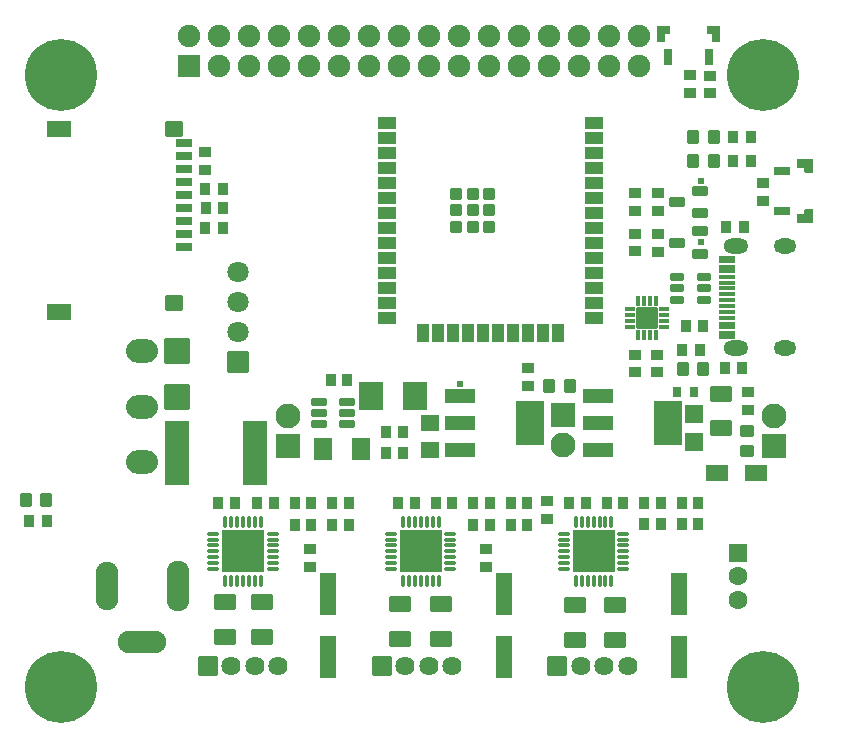
<source format=gts>
G04 Layer: TopSolderMaskLayer*
G04 EasyEDA Pro v2.2.36.7, 2025-05-26 04:11:26*
G04 Gerber Generator version 0.3*
G04 Scale: 100 percent, Rotated: No, Reflected: No*
G04 Dimensions in millimeters*
G04 Leading zeros omitted, absolute positions, 4 integers and 5 decimals*
%FSLAX45Y45*%
%MOMM*%
%AMRoundRect*1,1,$1,$2,$3*1,1,$1,$4,$5*1,1,$1,0-$2,0-$3*1,1,$1,0-$4,0-$5*20,1,$1,$2,$3,$4,$5,0*20,1,$1,$4,$5,0-$2,0-$3,0*20,1,$1,0-$2,0-$3,0-$4,0-$5,0*20,1,$1,0-$4,0-$5,$2,$3,0*4,1,4,$2,$3,$4,$5,0-$2,0-$3,0-$4,0-$5,$2,$3,0*%
%ADD10C,6.1016*%
%ADD11RoundRect,0.09131X0.45514X0.40514X0.45514X-0.40514*%
%ADD12RoundRect,0.09131X0.40514X-0.45514X-0.40514X-0.45514*%
%ADD13RoundRect,0.09424X0.60368X1.75367X0.60368X-1.75367*%
%ADD14RoundRect,0.09131X-0.40514X0.45514X0.40514X0.45514*%
%ADD15O,1.9045X4.30159*%
%ADD16O,1.9016X4.30159*%
%ADD17O,1.9016X4.10159*%
%ADD18O,4.10159X1.9016*%
%ADD19RoundRect,0.09224X-0.45464X-0.50468X-0.45464X0.50468*%
%ADD20RoundRect,0.09138X0.40835X-0.43712X-0.40835X-0.43712*%
%ADD21RoundRect,0.09138X-0.40835X0.43712X0.40835X0.43712*%
%ADD22RoundRect,0.09138X-0.43712X-0.40835X-0.43712X0.40835*%
%ADD23RoundRect,0.07882X-0.13639X0.38639X0.13639X0.38639*%
%ADD24RoundRect,0.07882X-0.38639X0.13639X0.38639X0.13639*%
%ADD25RoundRect,0.09618X-0.85271X0.85271X0.85271X0.85271*%
%ADD26RoundRect,0.09881X1.75139X-1.75139X-1.75139X-1.75139*%
%ADD27O,0.38161X1.0016*%
%ADD28O,1.0016X0.38161*%
%ADD29RoundRect,0.09224X0.45464X0.50468X0.45464X-0.50468*%
%ADD30RoundRect,0.08109X-0.66026X-0.16026X-0.66026X0.16026*%
%ADD31O,1.9016X1.3016*%
%ADD32O,2.1016X1.3016*%
%ADD33RoundRect,0.08756X-0.54302X-0.27302X-0.54302X0.27302*%
%ADD34RoundRect,0.0956X1.03221X1.03721X1.03221X-1.03721*%
%ADD35RoundRect,0.08875X0.65642X0.30643X0.65642X-0.30643*%
%ADD36RoundRect,0.09424X0.70368X0.60368X0.70368X-0.60368*%
%ADD37RoundRect,0.09424X1.00368X0.60368X1.00368X-0.60368*%
%ADD38RoundRect,0.08875X-0.60642X-0.30643X-0.60642X0.30643*%
%ADD39RoundRect,0.08875X0.30643X-0.60642X-0.30643X-0.60642*%
%ADD40O,2.69999X2.0*%
%ADD41RoundRect,0.09618X-0.85271X-0.85271X-0.85271X0.85271*%
%ADD42C,1.8016*%
%ADD43RoundRect,0.09138X0.43712X0.40835X0.43712X-0.40835*%
%ADD44RoundRect,0.09658X-0.93X-1.14551X-0.93X1.14551*%
%ADD45RoundRect,0.09419X0.8677X0.59875X0.8677X-0.59875*%
%ADD46RoundRect,0.09549X0.74556X-0.86705X-0.74556X-0.86705*%
%ADD47RoundRect,0.09691X1.00234X-2.65234X-1.00234X-2.65234*%
%ADD48RoundRect,0.09489X0.75335X0.67085X0.75335X-0.67085*%
%ADD49RoundRect,0.09017X-0.63072X0.35571X0.63072X0.35571*%
%ADD50C,0.6016*%
%ADD51RoundRect,0.09091X-0.45454X-0.45454X-0.45454X0.45454*%
%ADD52RoundRect,0.09224X0.75468X-0.45468X-0.75468X-0.45468*%
%ADD53RoundRect,0.09224X-0.45468X0.75468X0.45468X0.75468*%
%ADD54RoundRect,0.09224X-0.75468X0.45468X0.75468X0.45468*%
%ADD55RoundRect,0.09645X-0.90258X0.90258X0.90258X0.90258*%
%ADD56C,1.9016*%
%ADD57RoundRect,0.09691X-1.00234X-1.00234X-1.00234X1.00234*%
%ADD58C,2.1016*%
%ADD59RoundRect,0.09691X1.00234X1.00234X1.00234X-1.00234*%
%ADD60RoundRect,0.09224X-0.50468X0.45464X0.50468X0.45464*%
%ADD61RoundRect,0.09471X0.88219X-0.65145X-0.88219X-0.65145*%
%ADD62RoundRect,0.0879X0.60685X0.28186X0.60685X-0.28186*%
%ADD63RoundRect,0.09368X1.25396X-0.55396X-1.25396X-0.55396*%
%ADD64RoundRect,0.09754X1.17203X-1.80203X-1.17203X-1.80203*%
%ADD65RoundRect,0.08752X-0.30625X0.40625X0.30625X0.40625*%
%ADD66RoundRect,0.09499X0.68275X0.7533X0.68275X-0.7533*%
%ADD67C,1.6016*%
%ADD68RoundRect,0.09554X0.75303X0.75303X0.75303X-0.75303*%
%ADD69RoundRect,0.09428X0.85416X0.60742X0.85416X-0.60742*%
%ADD70RoundRect,0.09562X-0.76499X0.76499X0.76499X0.76499*%
%ADD71C,1.6256*%
G75*


G04 Pad Start*
G54D10*
G01X457200Y-457200D03*
G01X6400800Y-457200D03*
G01X6400800Y-5638800D03*
G01X457200Y-5638800D03*
G54D11*
G01X5501780Y-2965430D03*
G01X5501780Y-2825425D03*
G54D12*
G01X5746598Y-2578100D03*
G01X5886602Y-2578100D03*
G01X1784198Y-4076700D03*
G01X1924202Y-4076700D03*
G01X2749398Y-4076700D03*
G01X2889402Y-4076700D03*
G01X2749398Y-4267200D03*
G01X2889402Y-4267200D03*
G54D13*
G01X2717795Y-4851098D03*
G01X2717795Y-5385107D03*
G54D14*
G01X2571902Y-4267200D03*
G01X2431898Y-4267200D03*
G54D12*
G01X2431898Y-4076700D03*
G01X2571902Y-4076700D03*
G01X2114398Y-4076700D03*
G01X2254402Y-4076700D03*
G01X3308198Y-4076700D03*
G01X3448202Y-4076700D03*
G01X4260698Y-4267200D03*
G01X4400702Y-4267200D03*
G01X4260698Y-4076700D03*
G01X4400702Y-4076700D03*
G54D14*
G01X4083202Y-4267200D03*
G01X3943198Y-4267200D03*
G54D12*
G01X3943198Y-4076700D03*
G01X4083202Y-4076700D03*
G01X3625698Y-4076700D03*
G01X3765702Y-4076700D03*
G54D13*
G01X4203695Y-4851098D03*
G01X4203695Y-5385107D03*
G54D12*
G01X4755998Y-4076700D03*
G01X4896002Y-4076700D03*
G01X5708498Y-4254500D03*
G01X5848502Y-4254500D03*
G01X5708498Y-4076700D03*
G01X5848502Y-4076700D03*
G54D14*
G01X5531002Y-4254500D03*
G01X5390998Y-4254500D03*
G54D12*
G01X5390998Y-4076700D03*
G01X5531002Y-4076700D03*
G01X5073498Y-4076700D03*
G01X5213502Y-4076700D03*
G54D13*
G01X5689595Y-4851098D03*
G01X5689595Y-5385107D03*
G54D16*
G01X1442999Y-4781334D03*
G54D17*
G01X843001Y-4781334D03*
G54D18*
G01X1142975Y-5251666D03*
G54D19*
G01X326301Y-4051300D03*
G01X156299Y-4051300D03*
G54D20*
G01X5712196Y-2781300D03*
G01X5862869Y-2781300D03*
G54D21*
G01X333004Y-4229100D03*
G01X182331Y-4229100D03*
G01X6294669Y-1185515D03*
G01X6143996Y-1185515D03*
G01X6294669Y-977903D03*
G01X6143996Y-977903D03*
G54D22*
G01X4572000Y-4064864D03*
G01X4572000Y-4215536D03*
G54D23*
G01X5338039Y-2659400D03*
G01X5388026Y-2659400D03*
G01X5438038Y-2659400D03*
G01X5488026Y-2659426D03*
G54D24*
G01X5557876Y-2589398D03*
G01X5557876Y-2539411D03*
G01X5557876Y-2489398D03*
G01X5557876Y-2439411D03*
G54D23*
G01X5487873Y-2369409D03*
G01X5437886Y-2369409D03*
G01X5387873Y-2369409D03*
G01X5337962Y-2369409D03*
G54D24*
G01X5267884Y-2439411D03*
G01X5267884Y-2489398D03*
G01X5267884Y-2539411D03*
G01X5267884Y-2589398D03*
G54D25*
G01X5412918Y-2514417D03*
G54D26*
G01X1993913Y-4487626D03*
G54D27*
G01X2144027Y-4737613D03*
G01X2093989Y-4737613D03*
G01X2043951Y-4737613D03*
G01X1993913Y-4737613D03*
G01X1943875Y-4737613D03*
G01X1893837Y-4737613D03*
G01X1843799Y-4737613D03*
G54D28*
G01X1743901Y-4637740D03*
G01X1743901Y-4587702D03*
G01X1743901Y-4537664D03*
G01X1743901Y-4487626D03*
G01X1743901Y-4437588D03*
G01X1743901Y-4387550D03*
G01X1743901Y-4337512D03*
G54D27*
G01X1843799Y-4237614D03*
G01X1893837Y-4237614D03*
G01X1943875Y-4237614D03*
G01X1993913Y-4237614D03*
G01X2043951Y-4237614D03*
G01X2093989Y-4237614D03*
G01X2144027Y-4237614D03*
G54D28*
G01X2243900Y-4337512D03*
G01X2243900Y-4387550D03*
G01X2243900Y-4437588D03*
G01X2243900Y-4487626D03*
G01X2243900Y-4537664D03*
G01X2243900Y-4587702D03*
G01X2243900Y-4637740D03*
G54D26*
G01X3499902Y-4487626D03*
G54D27*
G01X3650016Y-4737613D03*
G01X3599978Y-4737613D03*
G01X3549940Y-4737613D03*
G01X3499902Y-4737613D03*
G01X3449864Y-4737613D03*
G01X3399826Y-4737613D03*
G01X3349788Y-4737613D03*
G54D28*
G01X3249889Y-4637740D03*
G01X3249889Y-4587702D03*
G01X3249889Y-4537664D03*
G01X3249889Y-4487626D03*
G01X3249889Y-4437588D03*
G01X3249889Y-4387550D03*
G01X3249889Y-4337512D03*
G54D27*
G01X3349788Y-4237614D03*
G01X3399826Y-4237614D03*
G01X3449864Y-4237614D03*
G01X3499902Y-4237614D03*
G01X3549940Y-4237614D03*
G01X3599978Y-4237614D03*
G01X3650016Y-4237614D03*
G54D28*
G01X3749888Y-4337512D03*
G01X3749888Y-4387550D03*
G01X3749888Y-4437588D03*
G01X3749888Y-4487626D03*
G01X3749888Y-4537664D03*
G01X3749888Y-4587702D03*
G01X3749888Y-4637740D03*
G54D26*
G01X4962714Y-4487626D03*
G54D27*
G01X5112828Y-4737613D03*
G01X5062790Y-4737613D03*
G01X5012752Y-4737613D03*
G01X4962714Y-4737613D03*
G01X4912676Y-4737613D03*
G01X4862638Y-4737613D03*
G01X4812600Y-4737613D03*
G54D28*
G01X4712702Y-4637740D03*
G01X4712702Y-4587702D03*
G01X4712702Y-4537664D03*
G01X4712702Y-4487626D03*
G01X4712702Y-4437588D03*
G01X4712702Y-4387550D03*
G01X4712702Y-4337512D03*
G54D27*
G01X4812600Y-4237614D03*
G01X4862638Y-4237614D03*
G01X4912676Y-4237614D03*
G01X4962714Y-4237614D03*
G01X5012752Y-4237614D03*
G01X5062790Y-4237614D03*
G01X5112828Y-4237614D03*
G54D28*
G01X5212701Y-4337512D03*
G01X5212701Y-4387550D03*
G01X5212701Y-4437588D03*
G01X5212701Y-4487626D03*
G01X5212701Y-4537664D03*
G01X5212701Y-4587702D03*
G01X5212701Y-4637740D03*
G54D29*
G01X5718899Y-2946400D03*
G01X5888901Y-2946400D03*
G54D30*
G01X6089886Y-2511806D03*
G01X6089886Y-2461793D03*
G01X6089886Y-2411806D03*
G01X6089886Y-2361794D03*
G01X6089886Y-2311806D03*
G01X6089886Y-2261794D03*
G01X6089886Y-2211832D03*
G01X6089886Y-2161794D03*
G01X6089886Y-2671801D03*
G01X6089886Y-2641803D03*
G01X6089886Y-2591791D03*
G01X6089886Y-2561793D03*
G01X6089886Y-2111807D03*
G01X6089886Y-2081784D03*
G01X6089886Y-2031797D03*
G01X6089886Y-2001799D03*
G54D31*
G01X6584704Y-1904289D03*
G54D32*
G01X6166721Y-1904289D03*
G01X6166721Y-2769311D03*
G54D31*
G01X6584704Y-2769311D03*
G54D33*
G01X5896089Y-2355413D03*
G01X5896089Y-2260417D03*
G01X5896089Y-2165421D03*
G01X5666270Y-2165421D03*
G01X5666270Y-2260417D03*
G01X5666270Y-2355413D03*
G54D34*
G01X1435100Y-2791600D03*
G01X1435100Y-3177400D03*
G54D12*
G01X1682469Y-1582862D03*
G01X1822473Y-1582862D03*
G54D35*
G01X1492809Y-1913100D03*
G01X1492809Y-1803095D03*
G01X1492809Y-1693090D03*
G01X1492809Y-1583085D03*
G01X1492809Y-1473103D03*
G01X1492809Y-1363099D03*
G01X1492809Y-1253094D03*
G01X1492809Y-1143112D03*
G01X1492768Y-1033102D03*
G54D36*
G01X1407770Y-913102D03*
G01X1407770Y-2381100D03*
G54D37*
G01X437591Y-2465095D03*
G01X437591Y-913102D03*
G54D22*
G01X1676400Y-1105764D03*
G01X1676400Y-1256436D03*
G54D38*
G01X6557300Y-1265085D03*
G01X6557300Y-1605084D03*
G36*
G01X6817299Y-1705188D02*
G01X6687297Y-1705188D01*
G02X6682196Y-1700088I0J5100D01*
G01X6682196Y-1635092D01*
G02X6687297Y-1629992I5100J0D01*
G01X6747198Y-1629992D01*
G01X6747198Y-1595092D01*
G02X6752298Y-1589992I5100J0D01*
G01X6817299Y-1589989D01*
G02X6822399Y-1595090I0J-5100D01*
G01X6822399Y-1700088D01*
G02X6817299Y-1705188I-5100J0D01*
G37*
G36*
G01X6817299Y-1280211D02*
G01X6752300Y-1280211D01*
G02X6747200Y-1275111I0J5100D01*
G01X6747198Y-1240208D01*
G01X6687297Y-1240208D01*
G02X6682196Y-1235108I0J5100D01*
G01X6682196Y-1170112D01*
G02X6687297Y-1165012I5100J0D01*
G01X6817299Y-1165012D01*
G02X6822399Y-1170112I0J-5100D01*
G01X6822399Y-1275110D01*
G02X6817299Y-1280211I-5100J0D01*
G37*
G54D39*
G01X5595785Y-300700D03*
G01X5935784Y-300700D03*
G36*
G01X6035888Y-40701D02*
G01X6035888Y-170703D01*
G02X6030788Y-175804I-5100J0D01*
G01X5965792Y-175804D01*
G02X5960692Y-170703I0J5100D01*
G01X5960692Y-110802D01*
G01X5925792Y-110802D01*
G02X5920692Y-105702I0J5100D01*
G01X5920689Y-40701D01*
G02X5925790Y-35601I5100J0D01*
G01X6030788Y-35601D01*
G02X6035888Y-40701I0J-5100D01*
G37*
G36*
G01X5610911Y-40701D02*
G01X5610911Y-105700D01*
G02X5605811Y-110800I-5100J0D01*
G01X5570908Y-110802D01*
G01X5570908Y-170703D01*
G02X5565808Y-175804I-5100J0D01*
G01X5500812Y-175804D01*
G02X5495712Y-170703I0J5100D01*
G01X5495712Y-40701D01*
G02X5500812Y-35601I5100J0D01*
G01X5605810Y-35601D01*
G02X5610911Y-40701I0J-5100D01*
G37*
G54D21*
G01X1822235Y-1417762D03*
G01X1671562Y-1417762D03*
G01X1822235Y-1747962D03*
G01X1671562Y-1747962D03*
G54D40*
G01X1143000Y-2793898D03*
G01X1143000Y-3263900D03*
G01X1143000Y-3733902D03*
G54D41*
G01X1955800Y-2882900D03*
G54D42*
G01X1955800Y-2628900D03*
G01X1955800Y-2374900D03*
G01X1955800Y-2120900D03*
G54D11*
G01X5311280Y-2965420D03*
G01X5311280Y-2825415D03*
G54D20*
G01X6084164Y-1739900D03*
G01X6234836Y-1739900D03*
G01X6071464Y-2933700D03*
G01X6222136Y-2933700D03*
G54D43*
G01X6398260Y-1523136D03*
G01X6398260Y-1372464D03*
G54D44*
G01X3074650Y-3175000D03*
G01X3453160Y-3175000D03*
G54D45*
G01X6045200Y-3157499D03*
G01X6045200Y-3446501D03*
G54D46*
G01X2672842Y-3619500D03*
G01X2991358Y-3619500D03*
G54D11*
G01X5315222Y-1944072D03*
G01X5315222Y-1804067D03*
G54D47*
G01X2095299Y-3657600D03*
G01X1435306Y-3657600D03*
G54D48*
G01X3581400Y-3632149D03*
G01X3581400Y-3403651D03*
G54D19*
G01X5977801Y-1185512D03*
G01X5807799Y-1185512D03*
G54D49*
G01X5866502Y-1623983D03*
G01X5866502Y-1433991D03*
G01X5666503Y-1528987D03*
G01X5866502Y-1969065D03*
G01X5866502Y-1779073D03*
G01X5666503Y-1874069D03*
G54D22*
G01X5315222Y-1455833D03*
G01X5315222Y-1606506D03*
G54D43*
G01X5505722Y-1604324D03*
G01X5505722Y-1453651D03*
G54D22*
G01X5505722Y-1798733D03*
G01X5505722Y-1949406D03*
G54D43*
G01X5778500Y-608736D03*
G01X5778500Y-458064D03*
G54D22*
G01X5946585Y-459576D03*
G01X5946585Y-610249D03*
G54D50*
G01X5874022Y-1871887D03*
G01X5874022Y-1353369D03*
G01X3830499Y-3071034D03*
G54D19*
G01X5977801Y-977900D03*
G01X5807799Y-977900D03*
G54D51*
G01X4079413Y-1738663D03*
G01X3939413Y-1738663D03*
G01X3799413Y-1738663D03*
G01X3799413Y-1458664D03*
G01X3939413Y-1458664D03*
G01X4079413Y-1458664D03*
G01X4079413Y-1598663D03*
G01X3799413Y-1598663D03*
G01X3939413Y-1598663D03*
G54D52*
G01X4964405Y-864578D03*
G01X4964405Y-991578D03*
G01X4964405Y-1118578D03*
G01X4964405Y-1245578D03*
G01X4964405Y-1372578D03*
G01X4964405Y-1499578D03*
G01X4964405Y-1626578D03*
G01X4964405Y-1753578D03*
G01X4964405Y-1880578D03*
G01X4964405Y-2007578D03*
G01X4964405Y-2134578D03*
G01X4964405Y-2261578D03*
G01X4964405Y-2388578D03*
G01X4964405Y-2515578D03*
G54D53*
G01X4660900Y-2640622D03*
G01X4533900Y-2640622D03*
G01X4406900Y-2640622D03*
G01X4279900Y-2640622D03*
G01X4152900Y-2640622D03*
G01X4025900Y-2640622D03*
G01X3898900Y-2640622D03*
G01X3771900Y-2640622D03*
G01X3644900Y-2640622D03*
G01X3517900Y-2640622D03*
G54D54*
G01X3214395Y-2515578D03*
G01X3214395Y-2388578D03*
G01X3214395Y-2261578D03*
G01X3214395Y-2134578D03*
G01X3214395Y-2007578D03*
G01X3214395Y-1880578D03*
G01X3214395Y-1753578D03*
G01X3214395Y-1626578D03*
G01X3214395Y-1499578D03*
G01X3214395Y-1372578D03*
G01X3214395Y-1245578D03*
G01X3214395Y-1118578D03*
G01X3214395Y-991578D03*
G01X3214395Y-864578D03*
G54D55*
G01X1536700Y-381000D03*
G54D56*
G01X1536700Y-127000D03*
G01X1790700Y-381000D03*
G01X1790700Y-127000D03*
G01X2044700Y-381000D03*
G01X2044700Y-127000D03*
G01X2298700Y-381000D03*
G01X2298700Y-127000D03*
G01X2552700Y-381000D03*
G01X2552700Y-127000D03*
G01X2806700Y-381000D03*
G01X2806700Y-127000D03*
G01X3060700Y-381000D03*
G01X3060700Y-127000D03*
G01X3314700Y-381000D03*
G01X3314700Y-127000D03*
G01X3568700Y-381000D03*
G01X3568700Y-127000D03*
G01X3822700Y-381000D03*
G01X3822700Y-127000D03*
G01X4076700Y-381000D03*
G01X4076700Y-127000D03*
G01X4330700Y-381000D03*
G01X4330700Y-127000D03*
G01X4584700Y-381000D03*
G01X4584700Y-127000D03*
G01X4838700Y-381000D03*
G01X4838700Y-127000D03*
G01X5092700Y-381000D03*
G01X5092700Y-127000D03*
G01X5346700Y-381000D03*
G01X5346700Y-127000D03*
G54D57*
G01X2374900Y-3594100D03*
G54D58*
G01X2374900Y-3340100D03*
G54D59*
G01X4700996Y-3336379D03*
G54D58*
G01X4700996Y-3590379D03*
G54D60*
G01X6257329Y-3641104D03*
G01X6257329Y-3471102D03*
G54D61*
G01X6003569Y-3822700D03*
G01X6340831Y-3822700D03*
G54D22*
G01X6266151Y-3137764D03*
G01X6266151Y-3288436D03*
G54D57*
G01X6489700Y-3594100D03*
G54D58*
G01X6489700Y-3340100D03*
G54D62*
G01X2875900Y-3219704D03*
G01X2875900Y-3409696D03*
G01X2635900Y-3409696D03*
G01X2635900Y-3314700D03*
G01X2635900Y-3219704D03*
G01X2875900Y-3314700D03*
G54D14*
G01X3346592Y-3479808D03*
G01X3206587Y-3479808D03*
G01X2876702Y-3035300D03*
G01X2736698Y-3035300D03*
G01X3346592Y-3657608D03*
G01X3206587Y-3657608D03*
G54D63*
G01X3830505Y-3173603D03*
G01X3830505Y-3403600D03*
G01X3830505Y-3633597D03*
G54D64*
G01X4424497Y-3403600D03*
G54D63*
G01X4998905Y-3173603D03*
G01X4998905Y-3403600D03*
G01X4998905Y-3633597D03*
G54D64*
G01X5592897Y-3403600D03*
G54D65*
G01X5670400Y-3136900D03*
G01X5810400Y-3136900D03*
G54D66*
G01X5816600Y-3321710D03*
G01X5816600Y-3561690D03*
G54D67*
G01X6184900Y-4899025D03*
G01X6184900Y-4699000D03*
G54D68*
G01X6184900Y-4498975D03*
G54D19*
G01X4758601Y-3086100D03*
G01X4588599Y-3086100D03*
G54D69*
G01X1841500Y-5215179D03*
G01X1841500Y-4919421D03*
G01X2159000Y-5215179D03*
G01X2159000Y-4919421D03*
G54D22*
G01X2565400Y-4471264D03*
G01X2565400Y-4621936D03*
G54D69*
G01X3667338Y-5231028D03*
G01X3667338Y-4935271D03*
G01X3321121Y-5231028D03*
G01X3321121Y-4935271D03*
G01X5140310Y-5237378D03*
G01X5140310Y-4941621D03*
G01X4806793Y-5237378D03*
G01X4806793Y-4941621D03*
G54D22*
G01X4051300Y-4471264D03*
G01X4051300Y-4621936D03*
G01X4406900Y-2934564D03*
G01X4406900Y-3085236D03*
G54D70*
G01X1693901Y-5461000D03*
G54D71*
G01X1893900Y-5461000D03*
G01X2093900Y-5461000D03*
G01X2293899Y-5461000D03*
G54D70*
G01X3167101Y-5461000D03*
G54D71*
G01X3367100Y-5461000D03*
G01X3567100Y-5461000D03*
G01X3767099Y-5461000D03*
G54D70*
G01X4653001Y-5461000D03*
G54D71*
G01X4853000Y-5461000D03*
G01X5053000Y-5461000D03*
G01X5252999Y-5461000D03*
G04 Pad End*

M02*


</source>
